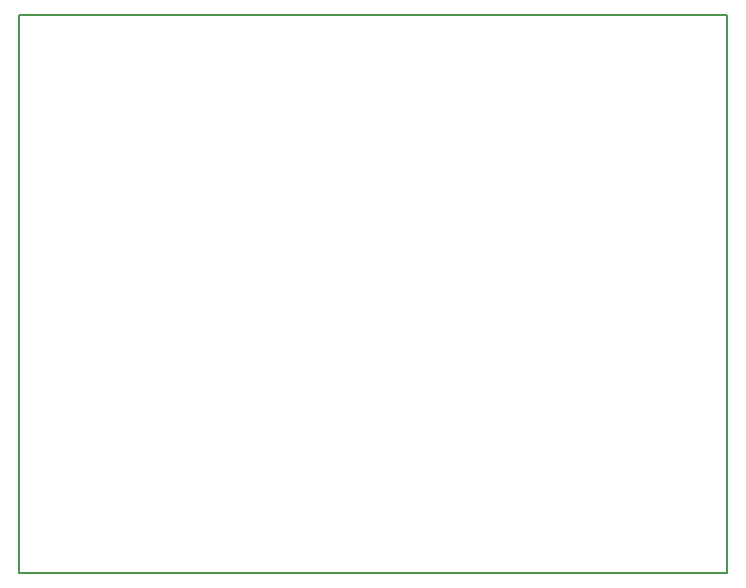
<source format=gm1>
G04 #@! TF.GenerationSoftware,KiCad,Pcbnew,(5.0.0)*
G04 #@! TF.CreationDate,2019-04-27T15:16:20+09:00*
G04 #@! TF.ProjectId,Power_supply_circuit,506F7765725F737570706C795F636972,rev?*
G04 #@! TF.SameCoordinates,Original*
G04 #@! TF.FileFunction,Profile,NP*
%FSLAX46Y46*%
G04 Gerber Fmt 4.6, Leading zero omitted, Abs format (unit mm)*
G04 Created by KiCad (PCBNEW (5.0.0)) date 04/27/19 15:16:20*
%MOMM*%
%LPD*%
G01*
G04 APERTURE LIST*
%ADD10C,0.150000*%
G04 APERTURE END LIST*
D10*
X55000000Y-70000000D02*
X115000000Y-70000000D01*
X55000000Y-117250000D02*
X55000000Y-70000000D01*
X115000000Y-117250000D02*
X55000000Y-117250000D01*
X115000000Y-70000000D02*
X115000000Y-117250000D01*
M02*

</source>
